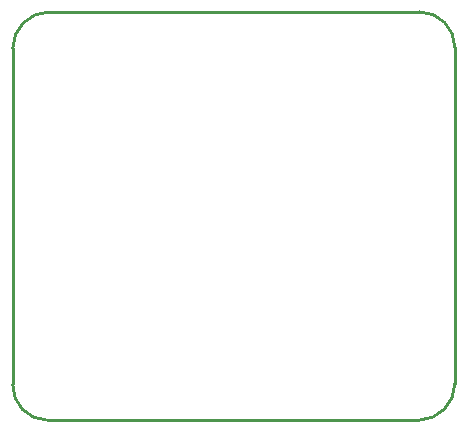
<source format=gko>
G04 Layer: BoardOutline*
G04 EasyEDA v6.1.30, Mon, 22 Apr 2019 04:26:04 GMT*
G04 3299eb1e32c44027902f169d4311eafc,c4e59543e3c44a9793b0b0a188f79ba1,10*
G04 Gerber Generator version 0.2*
G04 Scale: 100 percent, Rotated: No, Reflected: No *
G04 Dimensions in millimeters *
G04 leading zeros omitted , absolute positions ,3 integer and 3 decimal *
%FSLAX33Y33*%
%MOMM*%
G90*
G71D02*

%ADD10C,0.254000*%
G54D10*
G01X3076Y42696D02*
G01X34439Y42696D01*
G75*
G01X34440Y42697D02*
G02X37440Y39697I0J-3000D01*
G01*
G01X37439Y39696D02*
G01X37439Y11229D01*
G75*
G01X37440Y11229D02*
G02X34418Y8128I-3107J4D01*
G01*
G01X34417Y8128D02*
G01X2921Y8128D01*
G75*
G01X2922Y8128D02*
G02X1Y11176I53J2974D01*
G01*
G75*
G01X1Y39624D02*
G02X3077Y42697I3128J-55D01*
G01*
G01X0Y11176D02*
G01X0Y17437D01*
G01X0Y39624D01*
G01X0Y39624D01*

%LPD*%
M00*
M02*

</source>
